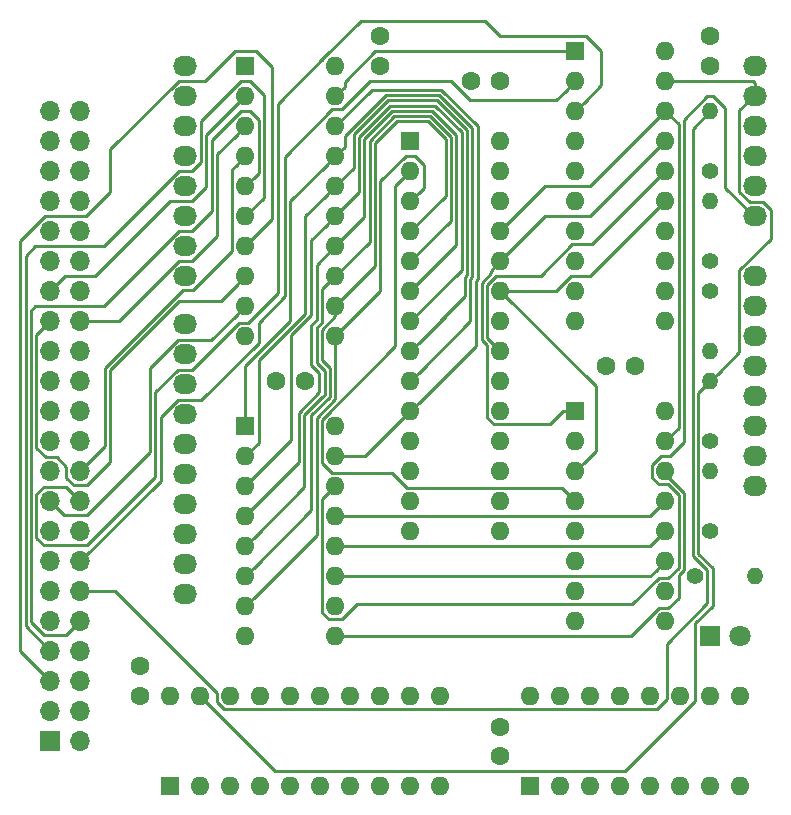
<source format=gbr>
G04 #@! TF.GenerationSoftware,KiCad,Pcbnew,(5.1.2)-2*
G04 #@! TF.CreationDate,2019-07-26T21:41:05+12:00*
G04 #@! TF.ProjectId,APEDSK-AU,41504544-534b-42d4-9155-2e6b69636164,rev?*
G04 #@! TF.SameCoordinates,Original*
G04 #@! TF.FileFunction,Copper,L3,Inr*
G04 #@! TF.FilePolarity,Positive*
%FSLAX46Y46*%
G04 Gerber Fmt 4.6, Leading zero omitted, Abs format (unit mm)*
G04 Created by KiCad (PCBNEW (5.1.2)-2) date 2019-07-26 21:41:05*
%MOMM*%
%LPD*%
G04 APERTURE LIST*
%ADD10O,1.600000X1.600000*%
%ADD11R,1.600000X1.600000*%
%ADD12O,1.400000X1.400000*%
%ADD13C,1.400000*%
%ADD14O,1.700000X1.700000*%
%ADD15R,1.700000X1.700000*%
%ADD16O,2.032000X1.727200*%
%ADD17C,1.800000*%
%ADD18R,1.800000X1.800000*%
%ADD19C,1.600000*%
%ADD20C,0.250000*%
G04 APERTURE END LIST*
D10*
X122428000Y-126365000D03*
X145288000Y-133985000D03*
X124968000Y-126365000D03*
X142748000Y-133985000D03*
X127508000Y-126365000D03*
X140208000Y-133985000D03*
X130048000Y-126365000D03*
X137668000Y-133985000D03*
X132588000Y-126365000D03*
X135128000Y-133985000D03*
X135128000Y-126365000D03*
X132588000Y-133985000D03*
X137668000Y-126365000D03*
X130048000Y-133985000D03*
X140208000Y-126365000D03*
X127508000Y-133985000D03*
X142748000Y-126365000D03*
X124968000Y-133985000D03*
X145288000Y-126365000D03*
D11*
X122428000Y-133985000D03*
D12*
X168148000Y-76835000D03*
D13*
X168148000Y-81915000D03*
D14*
X114808000Y-76835000D03*
X112268000Y-76835000D03*
X114808000Y-79375000D03*
X112268000Y-79375000D03*
X114808000Y-81915000D03*
X112268000Y-81915000D03*
X114808000Y-84455000D03*
X112268000Y-84455000D03*
X114808000Y-86995000D03*
X112268000Y-86995000D03*
X114808000Y-89535000D03*
X112268000Y-89535000D03*
X114808000Y-92075000D03*
X112268000Y-92075000D03*
X114808000Y-94615000D03*
X112268000Y-94615000D03*
X114808000Y-97155000D03*
X112268000Y-97155000D03*
X114808000Y-99695000D03*
X112268000Y-99695000D03*
X114808000Y-102235000D03*
X112268000Y-102235000D03*
X114808000Y-104775000D03*
X112268000Y-104775000D03*
X114808000Y-107315000D03*
X112268000Y-107315000D03*
X114808000Y-109855000D03*
X112268000Y-109855000D03*
X114808000Y-112395000D03*
X112268000Y-112395000D03*
X114808000Y-114935000D03*
X112268000Y-114935000D03*
X114808000Y-117475000D03*
X112268000Y-117475000D03*
X114808000Y-120015000D03*
X112268000Y-120015000D03*
X114808000Y-122555000D03*
X112268000Y-122555000D03*
X114808000Y-125095000D03*
X112268000Y-125095000D03*
X114808000Y-127635000D03*
X112268000Y-127635000D03*
X114808000Y-130175000D03*
D15*
X112268000Y-130175000D03*
D10*
X136398000Y-73025000D03*
X128778000Y-95885000D03*
X136398000Y-75565000D03*
X128778000Y-93345000D03*
X136398000Y-78105000D03*
X128778000Y-90805000D03*
X136398000Y-80645000D03*
X128778000Y-88265000D03*
X136398000Y-83185000D03*
X128778000Y-85725000D03*
X136398000Y-85725000D03*
X128778000Y-83185000D03*
X136398000Y-88265000D03*
X128778000Y-80645000D03*
X136398000Y-90805000D03*
X128778000Y-78105000D03*
X136398000Y-93345000D03*
X128778000Y-75565000D03*
X136398000Y-95885000D03*
D11*
X128778000Y-73025000D03*
D10*
X136398000Y-103505000D03*
X128778000Y-121285000D03*
X136398000Y-106045000D03*
X128778000Y-118745000D03*
X136398000Y-108585000D03*
X128778000Y-116205000D03*
X136398000Y-111125000D03*
X128778000Y-113665000D03*
X136398000Y-113665000D03*
X128778000Y-111125000D03*
X136398000Y-116205000D03*
X128778000Y-108585000D03*
X136398000Y-118745000D03*
X128778000Y-106045000D03*
X136398000Y-121285000D03*
D11*
X128778000Y-103505000D03*
D10*
X152908000Y-126365000D03*
X170688000Y-133985000D03*
X155448000Y-126365000D03*
X168148000Y-133985000D03*
X157988000Y-126365000D03*
X165608000Y-133985000D03*
X160528000Y-126365000D03*
X163068000Y-133985000D03*
X163068000Y-126365000D03*
X160528000Y-133985000D03*
X165608000Y-126365000D03*
X157988000Y-133985000D03*
X168148000Y-126365000D03*
X155448000Y-133985000D03*
X170688000Y-126365000D03*
D11*
X152908000Y-133985000D03*
D16*
X123698000Y-90805000D03*
X123698000Y-88265000D03*
X123698000Y-85725000D03*
X123698000Y-83185000D03*
X123698000Y-80645000D03*
X123698000Y-78105000D03*
X123698000Y-75565000D03*
X123698000Y-73025000D03*
D10*
X150368000Y-79375000D03*
X142748000Y-112395000D03*
X150368000Y-81915000D03*
X142748000Y-109855000D03*
X150368000Y-84455000D03*
X142748000Y-107315000D03*
X150368000Y-86995000D03*
X142748000Y-104775000D03*
X150368000Y-89535000D03*
X142748000Y-102235000D03*
X150368000Y-92075000D03*
X142748000Y-99695000D03*
X150368000Y-94615000D03*
X142748000Y-97155000D03*
X150368000Y-97155000D03*
X142748000Y-94615000D03*
X150368000Y-99695000D03*
X142748000Y-92075000D03*
X150368000Y-102235000D03*
X142748000Y-89535000D03*
X150368000Y-104775000D03*
X142748000Y-86995000D03*
X150368000Y-107315000D03*
X142748000Y-84455000D03*
X150368000Y-109855000D03*
X142748000Y-81915000D03*
X150368000Y-112395000D03*
D11*
X142748000Y-79375000D03*
D10*
X164338000Y-102235000D03*
X156718000Y-120015000D03*
X164338000Y-104775000D03*
X156718000Y-117475000D03*
X164338000Y-107315000D03*
X156718000Y-114935000D03*
X164338000Y-109855000D03*
X156718000Y-112395000D03*
X164338000Y-112395000D03*
X156718000Y-109855000D03*
X164338000Y-114935000D03*
X156718000Y-107315000D03*
X164338000Y-117475000D03*
X156718000Y-104775000D03*
X164338000Y-120015000D03*
D11*
X156718000Y-102235000D03*
D10*
X164338000Y-71755000D03*
X156718000Y-94615000D03*
X164338000Y-74295000D03*
X156718000Y-92075000D03*
X164338000Y-76835000D03*
X156718000Y-89535000D03*
X164338000Y-79375000D03*
X156718000Y-86995000D03*
X164338000Y-81915000D03*
X156718000Y-84455000D03*
X164338000Y-84455000D03*
X156718000Y-81915000D03*
X164338000Y-86995000D03*
X156718000Y-79375000D03*
X164338000Y-89535000D03*
X156718000Y-76835000D03*
X164338000Y-92075000D03*
X156718000Y-74295000D03*
X164338000Y-94615000D03*
D11*
X156718000Y-71755000D03*
D12*
X171958000Y-116205000D03*
D13*
X166878000Y-116205000D03*
D12*
X168148000Y-107315000D03*
D13*
X168148000Y-112395000D03*
D12*
X168148000Y-99695000D03*
D13*
X168148000Y-104775000D03*
D12*
X168148000Y-97155000D03*
D13*
X168148000Y-92075000D03*
D12*
X168148000Y-84455000D03*
D13*
X168148000Y-89535000D03*
D17*
X170688000Y-121285000D03*
D18*
X168148000Y-121285000D03*
D19*
X150368000Y-128945000D03*
X150368000Y-131445000D03*
X161798000Y-98425000D03*
X159298000Y-98425000D03*
X168148000Y-70485000D03*
X168148000Y-72985000D03*
X147868000Y-74295000D03*
X150368000Y-74295000D03*
X140208000Y-70485000D03*
X140208000Y-72985000D03*
X119888000Y-123825000D03*
X119888000Y-126325000D03*
X131358000Y-99695000D03*
X133858000Y-99695000D03*
D16*
X171958000Y-108585000D03*
X171958000Y-106045000D03*
X171958000Y-103505000D03*
X171958000Y-100965000D03*
X171958000Y-98425000D03*
X171958000Y-95885000D03*
X171958000Y-93345000D03*
X171958000Y-90805000D03*
X171958000Y-85725000D03*
X171958000Y-83185000D03*
X171958000Y-80645000D03*
X171958000Y-78105000D03*
X171958000Y-75565000D03*
X171958000Y-73025000D03*
X123698000Y-117729000D03*
X123698000Y-115189000D03*
X123698000Y-112649000D03*
X123698000Y-110109000D03*
X123698000Y-107569000D03*
X123698000Y-105029000D03*
X123698000Y-102489000D03*
X123698000Y-99949000D03*
X123698000Y-97409000D03*
X123698000Y-94869000D03*
D20*
X139667999Y-70669999D02*
X140748001Y-70669999D01*
X113538000Y-90805000D02*
X112268000Y-92075000D01*
X116078000Y-90805000D02*
X122428000Y-84455000D01*
X116078000Y-90805000D02*
X113538000Y-90805000D01*
X122428000Y-84455000D02*
X124261348Y-84455000D01*
X125489021Y-78853979D02*
X128778000Y-75565000D01*
X125489021Y-83227327D02*
X125489021Y-78853979D01*
X124261348Y-84455000D02*
X125489021Y-83227327D01*
X118054652Y-94615000D02*
X123134652Y-89535000D01*
X123134652Y-89535000D02*
X124261348Y-89535000D01*
X114808000Y-94615000D02*
X118054652Y-94615000D01*
X127978001Y-78904999D02*
X128778000Y-78105000D01*
X126389035Y-80493965D02*
X127978001Y-78904999D01*
X126389035Y-87407313D02*
X126389035Y-80493965D01*
X124261348Y-89535000D02*
X126389035Y-87407313D01*
X114808000Y-107315000D02*
X116897989Y-105225011D01*
X116897989Y-98562841D02*
X117826915Y-97633915D01*
X116897989Y-105225011D02*
X116897989Y-98562841D01*
X117485841Y-97974989D02*
X117826915Y-97633915D01*
X117826915Y-97633915D02*
X123467220Y-91993610D01*
X123467220Y-91993610D02*
X124342738Y-91993610D01*
X127978001Y-81444999D02*
X128778000Y-80645000D01*
X127652999Y-81770001D02*
X127978001Y-81444999D01*
X127652999Y-88683349D02*
X127652999Y-81770001D01*
X124342738Y-91993610D02*
X127652999Y-88683349D01*
X129577999Y-82385001D02*
X128778000Y-83185000D01*
X129903001Y-77564999D02*
X129903001Y-82059999D01*
X125939029Y-85317319D02*
X125939029Y-79278969D01*
X124261348Y-86995000D02*
X125939029Y-85317319D01*
X125939029Y-79278969D02*
X128382998Y-76835000D01*
X123134652Y-86995000D02*
X124261348Y-86995000D01*
X110998000Y-93345000D02*
X116784652Y-93345000D01*
X110628022Y-93714978D02*
X110998000Y-93345000D01*
X128382998Y-76835000D02*
X129173002Y-76835000D01*
X116784652Y-93345000D02*
X123134652Y-86995000D01*
X110628022Y-120114024D02*
X110628022Y-93714978D01*
X111703999Y-121190001D02*
X110628022Y-120114024D01*
X129903001Y-82059999D02*
X129577999Y-82385001D01*
X113632999Y-121190001D02*
X111703999Y-121190001D01*
X129173002Y-76835000D02*
X129903001Y-77564999D01*
X114808000Y-120015000D02*
X113632999Y-121190001D01*
X112268000Y-94615000D02*
X111078033Y-95804967D01*
X111078033Y-95804967D02*
X111078033Y-105324035D01*
X111078033Y-105324035D02*
X111893997Y-106139999D01*
X113632999Y-107879001D02*
X114243999Y-108490001D01*
X111893997Y-106139999D02*
X112832001Y-106139999D01*
X112832001Y-106139999D02*
X113632999Y-106940997D01*
X117347999Y-98749242D02*
X123202252Y-92894989D01*
X113632999Y-106940997D02*
X113632999Y-107879001D01*
X115372001Y-108490001D02*
X117347999Y-106514003D01*
X123202252Y-92894989D02*
X126688011Y-92894989D01*
X114243999Y-108490001D02*
X115372001Y-108490001D01*
X117347999Y-106514003D02*
X117347999Y-98749242D01*
X127978001Y-91604999D02*
X128778000Y-90805000D01*
X126688011Y-92894989D02*
X127978001Y-91604999D01*
X157517999Y-76035001D02*
X156718000Y-76835000D01*
X157633002Y-70485000D02*
X158903002Y-71755000D01*
X158903002Y-71755000D02*
X158903002Y-74649998D01*
X150368000Y-70485000D02*
X157633002Y-70485000D01*
X158903002Y-74649998D02*
X157517999Y-76035001D01*
X149098000Y-69215000D02*
X150368000Y-70485000D01*
X138542998Y-69215000D02*
X149098000Y-69215000D01*
X135565499Y-72192499D02*
X138542998Y-69215000D01*
X135272999Y-72484999D02*
X135565499Y-72192499D01*
X111703999Y-108679999D02*
X111092999Y-109290999D01*
X111092999Y-109290999D02*
X111092999Y-112959001D01*
X111092999Y-112959001D02*
X111703999Y-113570001D01*
X111703999Y-113570001D02*
X115372001Y-113570001D01*
X121158000Y-107784002D02*
X121158000Y-100655652D01*
X124237608Y-98760390D02*
X128237999Y-94759999D01*
X128237999Y-94759999D02*
X129028003Y-94759999D01*
X123053262Y-98760390D02*
X124237608Y-98760390D01*
X115372001Y-113570001D02*
X121158000Y-107784002D01*
X121158000Y-100655652D02*
X123053262Y-98760390D01*
X113632999Y-108679999D02*
X111703999Y-108679999D01*
X114808000Y-109855000D02*
X113632999Y-108679999D01*
X129028003Y-94759999D02*
X131515501Y-92272501D01*
X131515501Y-76242497D02*
X135565499Y-72192499D01*
X131515501Y-92272501D02*
X131515501Y-76242497D01*
X113443001Y-111030001D02*
X115372001Y-111030001D01*
X125902610Y-96220390D02*
X127978001Y-94144999D01*
X120707989Y-98565663D02*
X123053262Y-96220390D01*
X112268000Y-109855000D02*
X113443001Y-111030001D01*
X123053262Y-96220390D02*
X125902610Y-96220390D01*
X127978001Y-94144999D02*
X128778000Y-93345000D01*
X115372001Y-111030001D02*
X120707989Y-105694013D01*
X120707989Y-105694013D02*
X120707989Y-98565663D01*
X155918001Y-75094999D02*
X156718000Y-74295000D01*
X155092998Y-75920002D02*
X155918001Y-75094999D01*
X147828000Y-75920002D02*
X155092998Y-75920002D01*
X136938001Y-76690001D02*
X139333002Y-74295000D01*
X136147997Y-76690001D02*
X136938001Y-76690001D01*
X132137989Y-80700009D02*
X136147997Y-76690001D01*
X132137989Y-92525011D02*
X132137989Y-80700009D01*
X129903001Y-94759999D02*
X132137989Y-92525011D01*
X121608010Y-108134990D02*
X121608011Y-102745641D01*
X114808000Y-114935000D02*
X121608010Y-108134990D01*
X146202998Y-74295000D02*
X147828000Y-75920002D01*
X121608011Y-102745641D02*
X123053262Y-101300390D01*
X123053262Y-101300390D02*
X125027612Y-101300390D01*
X125027612Y-101300390D02*
X129903001Y-96425001D01*
X139333002Y-74295000D02*
X146202998Y-74295000D01*
X129903001Y-96425001D02*
X129903001Y-94759999D01*
X117743002Y-117475000D02*
X114808000Y-117475000D01*
X164482999Y-121928589D02*
X164482999Y-126615003D01*
X167903001Y-118508587D02*
X164482999Y-121928589D01*
X126993003Y-127490001D02*
X126382999Y-126879997D01*
X167903001Y-115712999D02*
X167903001Y-118508587D01*
X166672988Y-114482986D02*
X167903001Y-115712999D01*
X166672988Y-78310012D02*
X166672988Y-114482986D01*
X168148000Y-76835000D02*
X166672988Y-78310012D01*
X164482999Y-126615003D02*
X163608000Y-127490001D01*
X126382999Y-126879997D02*
X126382999Y-126114997D01*
X126382999Y-126114997D02*
X117743002Y-117475000D01*
X126993003Y-127490001D02*
X163608000Y-127490001D01*
X110178011Y-120465011D02*
X112268000Y-122555000D01*
X110178011Y-89084989D02*
X110178011Y-120465011D01*
X123134652Y-81915000D02*
X116784652Y-88265000D01*
X124261348Y-81915000D02*
X123134652Y-81915000D01*
X116784652Y-88265000D02*
X110998000Y-88265000D01*
X128382998Y-74295000D02*
X125039010Y-77638988D01*
X110998000Y-88265000D02*
X110178011Y-89084989D01*
X125039010Y-81137338D02*
X124261348Y-81915000D01*
X125039010Y-77638988D02*
X125039010Y-81137338D01*
X130353012Y-75475010D02*
X129173002Y-74295000D01*
X130353012Y-84149988D02*
X130353012Y-75475010D01*
X128778000Y-85725000D02*
X130353012Y-84149988D01*
X129173002Y-74295000D02*
X128382998Y-74295000D01*
X117348000Y-83654002D02*
X115277002Y-85725000D01*
X123134652Y-74295000D02*
X117348000Y-80081652D01*
X117348000Y-80081652D02*
X117348000Y-83654002D01*
X111418001Y-124245001D02*
X112268000Y-125095000D01*
X128778000Y-88265000D02*
X131065490Y-85977510D01*
X109728000Y-87795998D02*
X109728000Y-122555000D01*
X109728000Y-122555000D02*
X111418001Y-124245001D01*
X115277002Y-85725000D02*
X111798998Y-85725000D01*
X125322998Y-74295000D02*
X123134652Y-74295000D01*
X131065490Y-73127488D02*
X129693002Y-71755000D01*
X131065490Y-85977510D02*
X131065490Y-73127488D01*
X129693002Y-71755000D02*
X127862998Y-71755000D01*
X127862998Y-71755000D02*
X125322998Y-74295000D01*
X111798998Y-85725000D02*
X109728000Y-87795998D01*
X135272999Y-109710001D02*
X136398000Y-108585000D01*
X135272999Y-119285001D02*
X135272999Y-109710001D01*
X135857999Y-119870001D02*
X135272999Y-119285001D01*
X136938001Y-119870001D02*
X135857999Y-119870001D01*
X138208001Y-118600001D02*
X136938001Y-119870001D01*
X161547997Y-118600001D02*
X138208001Y-118600001D01*
X163797999Y-116349999D02*
X161547997Y-118600001D01*
X164588005Y-116349999D02*
X163797999Y-116349999D01*
X165463001Y-115475002D02*
X164588005Y-116349999D01*
X165463001Y-109314998D02*
X165463001Y-115475002D01*
X167900998Y-75565000D02*
X165913012Y-77552986D01*
X168395002Y-75565000D02*
X167900998Y-75565000D01*
X169418000Y-76587998D02*
X168395002Y-75565000D01*
X169418000Y-83337400D02*
X169418000Y-76587998D01*
X171805600Y-85725000D02*
X169418000Y-83337400D01*
X171958000Y-85725000D02*
X171805600Y-85725000D01*
X165913012Y-77552986D02*
X165913012Y-104864990D01*
X164588004Y-108440001D02*
X165463001Y-109314998D01*
X163212999Y-106774999D02*
X163212999Y-107855001D01*
X163942998Y-106045000D02*
X163212999Y-106774999D01*
X163212999Y-107855001D02*
X163797999Y-108440001D01*
X163797999Y-108440001D02*
X164588004Y-108440001D01*
X165913012Y-104864990D02*
X164733002Y-106045000D01*
X164733002Y-106045000D02*
X163942998Y-106045000D01*
X136398000Y-113665000D02*
X163068000Y-113665000D01*
X163068000Y-113665000D02*
X164338000Y-112395000D01*
X163538001Y-115734999D02*
X164338000Y-114935000D01*
X163068000Y-116205000D02*
X163538001Y-115734999D01*
X136398000Y-116205000D02*
X163068000Y-116205000D01*
X171801600Y-74295000D02*
X171958000Y-74451400D01*
X171958000Y-74451400D02*
X171958000Y-75565000D01*
X164338000Y-74295000D02*
X171801600Y-74295000D01*
X170616990Y-97226010D02*
X168847999Y-98995001D01*
X170616990Y-90312662D02*
X170616990Y-97226010D01*
X173299010Y-87630642D02*
X170616990Y-90312662D01*
X172602738Y-84536390D02*
X173299010Y-85232662D01*
X171476041Y-84536390D02*
X172602738Y-84536390D01*
X170616990Y-83677337D02*
X171476041Y-84536390D01*
X171958000Y-75565000D02*
X171805600Y-75565000D01*
X171805600Y-75565000D02*
X170616990Y-76753610D01*
X173299010Y-85232662D02*
X173299010Y-87630642D01*
X168847999Y-98995001D02*
X168148000Y-99695000D01*
X170616990Y-76753610D02*
X170616990Y-83677337D01*
X166878000Y-120169998D02*
X166878000Y-126760002D01*
X168353012Y-118694986D02*
X166878000Y-120169998D01*
X167122999Y-114296586D02*
X168353012Y-115526599D01*
X167122999Y-100720001D02*
X167122999Y-114296586D01*
X168148000Y-99695000D02*
X167122999Y-100720001D01*
X168353012Y-115526599D02*
X168353012Y-118694986D01*
X139772998Y-71755000D02*
X156718000Y-71755000D01*
X137197999Y-74329999D02*
X139772998Y-71755000D01*
X137197999Y-74765001D02*
X137197999Y-74329999D01*
X136398000Y-75565000D02*
X137197999Y-74765001D01*
X160923002Y-132715000D02*
X166440501Y-127197501D01*
X131318000Y-132715000D02*
X160923002Y-132715000D01*
X124968000Y-126365000D02*
X131318000Y-132715000D01*
X166878000Y-126760002D02*
X166440501Y-127197501D01*
X166440501Y-127197501D02*
X166003002Y-127635000D01*
X163068000Y-111125000D02*
X164338000Y-109855000D01*
X136398000Y-111125000D02*
X163068000Y-111125000D01*
X128778000Y-111125000D02*
X133327956Y-106575044D01*
X134822988Y-94522189D02*
X134822988Y-89840012D01*
X134372977Y-94972199D02*
X134822988Y-94522189D01*
X133327956Y-106575044D02*
X133327956Y-102364398D01*
X133327956Y-102364398D02*
X135047967Y-100644389D01*
X134822988Y-89840012D02*
X136398000Y-88265000D01*
X135047967Y-100644389D02*
X135047967Y-98984200D01*
X135047967Y-98984200D02*
X134372977Y-98309210D01*
X134372977Y-98309210D02*
X134372977Y-94972199D01*
X146638033Y-88184967D02*
X146638033Y-78827088D01*
X138857967Y-85805033D02*
X136398000Y-88265000D01*
X146638033Y-78827088D02*
X144621012Y-76810067D01*
X144621012Y-76810067D02*
X141218698Y-76810067D01*
X141218698Y-76810067D02*
X138857967Y-79170798D01*
X142748000Y-92075000D02*
X146638033Y-88184967D01*
X138857967Y-79170798D02*
X138857967Y-85805033D01*
X138938000Y-106045000D02*
X142748000Y-102235000D01*
X136398000Y-106045000D02*
X138938000Y-106045000D01*
X143547999Y-101435001D02*
X142748000Y-102235000D01*
X136398000Y-78105000D02*
X139492977Y-75010023D01*
X148278011Y-91227165D02*
X148278011Y-96704989D01*
X148278011Y-96704989D02*
X143547999Y-101435001D01*
X148438077Y-91067099D02*
X148278011Y-91227165D01*
X148438077Y-78081488D02*
X148438077Y-91067099D01*
X145366612Y-75010023D02*
X148438077Y-78081488D01*
X139492977Y-75010023D02*
X145366612Y-75010023D01*
X135296212Y-101032554D02*
X133777967Y-102550798D01*
X135497978Y-100830789D02*
X135296212Y-101032554D01*
X129577999Y-112865001D02*
X128778000Y-113665000D01*
X135497978Y-98797800D02*
X135497978Y-100830789D01*
X133777967Y-108665033D02*
X129577999Y-112865001D01*
X134822988Y-95158599D02*
X134822988Y-98122810D01*
X136398000Y-90805000D02*
X135272999Y-91930001D01*
X133777967Y-102550798D02*
X133777967Y-108665033D01*
X135272999Y-94708589D02*
X134822988Y-95158599D01*
X135272999Y-91930001D02*
X135272999Y-94708589D01*
X134822988Y-98122810D02*
X135497978Y-98797800D01*
X139307978Y-87895022D02*
X136398000Y-90805000D01*
X146188022Y-86094978D02*
X146188022Y-79013487D01*
X142748000Y-89535000D02*
X146188022Y-86094978D01*
X144434613Y-77260078D02*
X141405098Y-77260078D01*
X146188022Y-79013487D02*
X144434613Y-77260078D01*
X141405098Y-77260078D02*
X139307978Y-79357198D01*
X139307978Y-79357198D02*
X139307978Y-87895022D01*
X135598001Y-81444999D02*
X136398000Y-80645000D01*
X132588000Y-84455000D02*
X135598001Y-81444999D01*
X132588000Y-94615000D02*
X132588000Y-84455000D01*
X128778000Y-103505000D02*
X128778000Y-98425000D01*
X128778000Y-98425000D02*
X132588000Y-94615000D01*
X147828000Y-94615000D02*
X143547999Y-98895001D01*
X147828000Y-91040765D02*
X147828000Y-94615000D01*
X143547999Y-98895001D02*
X142748000Y-99695000D01*
X147988066Y-90880699D02*
X147828000Y-91040765D01*
X137197999Y-79845001D02*
X137197999Y-78921535D01*
X136398000Y-80645000D02*
X137197999Y-79845001D01*
X137197999Y-78921535D02*
X140659500Y-75460034D01*
X140659500Y-75460034D02*
X145180212Y-75460034D01*
X145180212Y-75460034D02*
X147988066Y-78267888D01*
X147988066Y-78267888D02*
X147988066Y-90880699D01*
X135947989Y-98611400D02*
X135947989Y-101017188D01*
X135272999Y-97936410D02*
X135947989Y-98611400D01*
X136398000Y-94219998D02*
X135272999Y-95344999D01*
X136398000Y-93345000D02*
X136398000Y-94219998D01*
X129577999Y-115405001D02*
X128778000Y-116205000D01*
X135272999Y-95344999D02*
X135272999Y-97936410D01*
X134372977Y-110610023D02*
X129577999Y-115405001D01*
X134372977Y-110212199D02*
X134372977Y-110610023D01*
X135947989Y-101017188D02*
X134372977Y-102592199D01*
X134372977Y-106800023D02*
X134372977Y-110610023D01*
X134372977Y-102592199D02*
X134372977Y-106800023D01*
X134372977Y-106800023D02*
X134372977Y-106957801D01*
X139757989Y-89985011D02*
X136398000Y-93345000D01*
X145738011Y-84004989D02*
X145738011Y-79199887D01*
X142748000Y-86995000D02*
X145738011Y-84004989D01*
X145738011Y-79199887D02*
X144248213Y-77710089D01*
X144248213Y-77710089D02*
X141591498Y-77710089D01*
X141591498Y-77710089D02*
X139757989Y-79543598D01*
X139757989Y-79543598D02*
X139757989Y-89985011D01*
X136398000Y-83185000D02*
X137957945Y-81625055D01*
X137957945Y-81625055D02*
X137957945Y-78797999D01*
X137957945Y-78797999D02*
X140845899Y-75910045D01*
X140845899Y-75910045D02*
X144993812Y-75910045D01*
X144993812Y-75910045D02*
X147538055Y-78454288D01*
X145738011Y-94164989D02*
X143547999Y-96355001D01*
X143547999Y-96355001D02*
X142748000Y-97155000D01*
X147538055Y-78454288D02*
X147538055Y-90694299D01*
X135598001Y-83984999D02*
X136398000Y-83185000D01*
X133858000Y-85725000D02*
X135598001Y-83984999D01*
X133858000Y-93981410D02*
X133858000Y-85725000D01*
X129903001Y-97936409D02*
X133858000Y-93981410D01*
X128778000Y-106045000D02*
X129903001Y-104919999D01*
X129903001Y-104919999D02*
X129903001Y-97936409D01*
X147538055Y-90694299D02*
X147377990Y-90854365D01*
X147377990Y-90854365D02*
X147377990Y-92525010D01*
X147377990Y-92525010D02*
X145288000Y-94615000D01*
X134822988Y-112700012D02*
X129577999Y-117945001D01*
X134822988Y-110398599D02*
X134822988Y-112700012D01*
X129577999Y-117945001D02*
X128778000Y-118745000D01*
X136398000Y-101203587D02*
X134822988Y-102778599D01*
X136398000Y-95885000D02*
X136398000Y-101203587D01*
X134822988Y-106350012D02*
X134822989Y-110819989D01*
X134822988Y-102778599D02*
X134822988Y-106350012D01*
X134822988Y-106350012D02*
X134822988Y-106771401D01*
X143547999Y-83655001D02*
X142748000Y-84455000D01*
X143873001Y-83329999D02*
X143547999Y-83655001D01*
X140208000Y-92075000D02*
X140208000Y-82789998D01*
X136398000Y-95885000D02*
X140208000Y-92075000D01*
X140208000Y-82789998D02*
X142352998Y-80645000D01*
X142352998Y-80645000D02*
X143143002Y-80645000D01*
X143143002Y-80645000D02*
X143873001Y-81374999D01*
X143873001Y-81374999D02*
X143873001Y-83329999D01*
X134372979Y-87750021D02*
X135598001Y-86524999D01*
X135598001Y-86524999D02*
X136398000Y-85725000D01*
X134372979Y-94102842D02*
X134372979Y-87750021D01*
X132668033Y-95807788D02*
X134372979Y-94102842D01*
X132668033Y-104694967D02*
X132668033Y-95807788D01*
X128778000Y-108585000D02*
X132668033Y-104694967D01*
X147088044Y-90274956D02*
X142748000Y-94615000D01*
X136398000Y-85725000D02*
X138407956Y-83715044D01*
X138407956Y-83715044D02*
X138407956Y-78984398D01*
X141032298Y-76360056D02*
X144807412Y-76360056D01*
X138407956Y-78984398D02*
X141032298Y-76360056D01*
X144807412Y-76360056D02*
X147088044Y-78640688D01*
X147088044Y-78640688D02*
X147088044Y-90274956D01*
X155918001Y-109055001D02*
X156718000Y-109855000D01*
X155592999Y-108729999D02*
X155918001Y-109055001D01*
X142497997Y-108729999D02*
X155592999Y-108729999D01*
X141227997Y-107459999D02*
X142497997Y-108729999D01*
X141478000Y-83185000D02*
X141478000Y-96759998D01*
X142748000Y-81915000D02*
X141478000Y-83185000D01*
X141478000Y-96759998D02*
X135272999Y-102964999D01*
X135272999Y-106585001D02*
X136147997Y-107459999D01*
X135272999Y-102964999D02*
X135272999Y-106585001D01*
X136147997Y-107459999D02*
X141227997Y-107459999D01*
X164338000Y-76835000D02*
X157988000Y-83185000D01*
X154178000Y-83185000D02*
X150368000Y-86995000D01*
X157988000Y-83185000D02*
X154178000Y-83185000D01*
X165463001Y-103649999D02*
X164338000Y-104775000D01*
X165463001Y-77960001D02*
X165463001Y-103649999D01*
X164338000Y-76835000D02*
X165463001Y-77960001D01*
X164338000Y-79375000D02*
X157988000Y-85725000D01*
X154178000Y-85725000D02*
X150368000Y-89535000D01*
X157988000Y-85725000D02*
X154178000Y-85725000D01*
X149568001Y-90334999D02*
X149568001Y-90573586D01*
X154542999Y-103360001D02*
X155668000Y-102235000D01*
X149242999Y-102775001D02*
X149827999Y-103360001D01*
X150368000Y-89535000D02*
X149568001Y-90334999D01*
X149242999Y-96666409D02*
X149242999Y-102775001D01*
X155668000Y-102235000D02*
X156718000Y-102235000D01*
X149827999Y-103360001D02*
X154542999Y-103360001D01*
X148792988Y-96216399D02*
X149242999Y-96666409D01*
X148792988Y-91348599D02*
X148792988Y-96216399D01*
X149568001Y-90573586D02*
X148792988Y-91348599D01*
X149242999Y-96029999D02*
X149568001Y-96355001D01*
X149242999Y-91534999D02*
X149242999Y-96029999D01*
X149972998Y-90805000D02*
X149242999Y-91534999D01*
X153782998Y-90805000D02*
X149972998Y-90805000D01*
X156467997Y-88120001D02*
X153782998Y-90805000D01*
X149568001Y-96355001D02*
X150368000Y-97155000D01*
X164338000Y-81915000D02*
X158132999Y-88120001D01*
X158132999Y-88120001D02*
X156467997Y-88120001D01*
X155052998Y-92075000D02*
X150368000Y-92075000D01*
X156322998Y-90805000D02*
X155052998Y-92075000D01*
X164338000Y-84455000D02*
X157988000Y-90805000D01*
X157988000Y-90805000D02*
X156322998Y-90805000D01*
X157517999Y-106515001D02*
X156718000Y-107315000D01*
X158438010Y-105594990D02*
X157517999Y-106515001D01*
X158438010Y-100145010D02*
X158438010Y-105594990D01*
X150368000Y-92075000D02*
X158438010Y-100145010D01*
X164338000Y-107553587D02*
X164338000Y-107315000D01*
X165913012Y-109128599D02*
X164338000Y-107553587D01*
X165913012Y-115661401D02*
X165913012Y-109128599D01*
X161402998Y-121285000D02*
X163797999Y-118889999D01*
X163797999Y-118889999D02*
X164588003Y-118889999D01*
X164588003Y-118889999D02*
X165463001Y-118015001D01*
X165463001Y-118015001D02*
X165463001Y-116111412D01*
X136398000Y-121285000D02*
X161402998Y-121285000D01*
X165463001Y-116111412D02*
X165913012Y-115661401D01*
M02*

</source>
